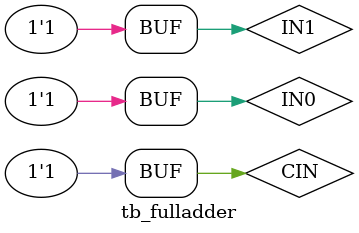
<source format=v>
`timescale 1ns/1ps
module Full_Adder(D1,D2,Cin,Sum_out,Cout); 
	input D1, D2, Cin;
	output Sum_out, Cout;
	wire a1, a2, a3;    

	xor u1(a1,D1,D2);
	and u2(a2,D1,D2);
	and u3(a3,a1,Cin);
	or u4(Cout,a2,a3);
	xor u5(Sum_out,a1,Cin); 

endmodule  

module tb_fulladder;

	reg IN0;
	reg IN1;
	reg CIN;
	wire SUM;
	wire COUT;

	Full_Adder uut(IN0,IN1,CIN,SUM,COUT);

	initial
	begin
	
	$dumpfile ("fulladder_out.vcd"); 
	$dumpvars(0, tb_fulladder);

	IN0=0;
	IN1=0;
	CIN=0;
	#10
	
	IN0= 0;      IN1= 0;      CIN= 1;      #10;
	IN0= 0;      IN1= 1;      CIN= 0;      #10;
	IN0= 0;      IN1= 1;      CIN= 1;      #10;
	IN0= 1;      IN1= 0;      CIN= 0;      #10;
	IN0= 1;      IN1= 0;      CIN= 1;      #10;
	IN0= 1;      IN1= 1;      CIN= 0;      #10;
	IN0= 1;      IN1= 1;      CIN= 1;      #10;
        end

endmodule

</source>
